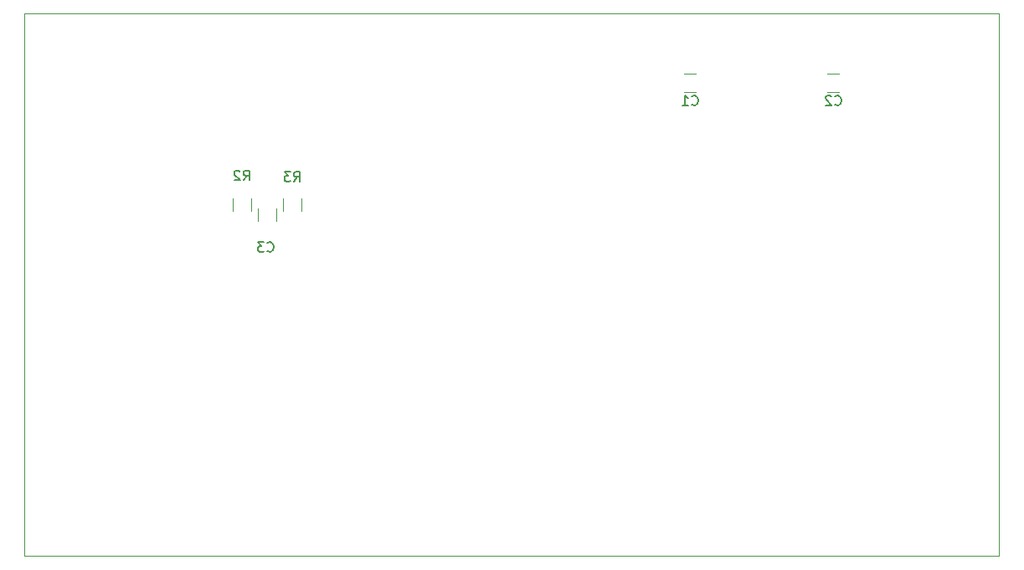
<source format=gbr>
G04 #@! TF.GenerationSoftware,KiCad,Pcbnew,5.1.5+dfsg1-2build2*
G04 #@! TF.CreationDate,2021-07-19T22:25:01+01:00*
G04 #@! TF.ProjectId,TestSRAM,54657374-5352-4414-9d2e-6b696361645f,rev?*
G04 #@! TF.SameCoordinates,Original*
G04 #@! TF.FileFunction,Legend,Bot*
G04 #@! TF.FilePolarity,Positive*
%FSLAX46Y46*%
G04 Gerber Fmt 4.6, Leading zero omitted, Abs format (unit mm)*
G04 Created by KiCad (PCBNEW 5.1.5+dfsg1-2build2) date 2021-07-19 22:25:01*
%MOMM*%
%LPD*%
G04 APERTURE LIST*
%ADD10C,0.050000*%
%ADD11C,0.120000*%
%ADD12C,0.150000*%
G04 APERTURE END LIST*
D10*
X178181000Y-100965000D02*
X178181000Y-155829000D01*
X79629000Y-100965000D02*
X178181000Y-100965000D01*
X79629000Y-155829000D02*
X79629000Y-100965000D01*
X178181000Y-155829000D02*
X79629000Y-155829000D01*
D11*
X102510000Y-119669936D02*
X102510000Y-120874064D01*
X100690000Y-119669936D02*
X100690000Y-120874064D01*
X107590000Y-119669936D02*
X107590000Y-120874064D01*
X105770000Y-119669936D02*
X105770000Y-120874064D01*
X105050000Y-120682936D02*
X105050000Y-121887064D01*
X103230000Y-120682936D02*
X103230000Y-121887064D01*
X160811936Y-107040000D02*
X162016064Y-107040000D01*
X160811936Y-108860000D02*
X162016064Y-108860000D01*
X146333936Y-107040000D02*
X147538064Y-107040000D01*
X146333936Y-108860000D02*
X147538064Y-108860000D01*
D12*
X101766666Y-117800380D02*
X102100000Y-117324190D01*
X102338095Y-117800380D02*
X102338095Y-116800380D01*
X101957142Y-116800380D01*
X101861904Y-116848000D01*
X101814285Y-116895619D01*
X101766666Y-116990857D01*
X101766666Y-117133714D01*
X101814285Y-117228952D01*
X101861904Y-117276571D01*
X101957142Y-117324190D01*
X102338095Y-117324190D01*
X101385714Y-116895619D02*
X101338095Y-116848000D01*
X101242857Y-116800380D01*
X101004761Y-116800380D01*
X100909523Y-116848000D01*
X100861904Y-116895619D01*
X100814285Y-116990857D01*
X100814285Y-117086095D01*
X100861904Y-117228952D01*
X101433333Y-117800380D01*
X100814285Y-117800380D01*
X106846666Y-117927380D02*
X107180000Y-117451190D01*
X107418095Y-117927380D02*
X107418095Y-116927380D01*
X107037142Y-116927380D01*
X106941904Y-116975000D01*
X106894285Y-117022619D01*
X106846666Y-117117857D01*
X106846666Y-117260714D01*
X106894285Y-117355952D01*
X106941904Y-117403571D01*
X107037142Y-117451190D01*
X107418095Y-117451190D01*
X106513333Y-116927380D02*
X105894285Y-116927380D01*
X106227619Y-117308333D01*
X106084761Y-117308333D01*
X105989523Y-117355952D01*
X105941904Y-117403571D01*
X105894285Y-117498809D01*
X105894285Y-117736904D01*
X105941904Y-117832142D01*
X105989523Y-117879761D01*
X106084761Y-117927380D01*
X106370476Y-117927380D01*
X106465714Y-117879761D01*
X106513333Y-117832142D01*
X104179666Y-124944142D02*
X104227285Y-124991761D01*
X104370142Y-125039380D01*
X104465380Y-125039380D01*
X104608238Y-124991761D01*
X104703476Y-124896523D01*
X104751095Y-124801285D01*
X104798714Y-124610809D01*
X104798714Y-124467952D01*
X104751095Y-124277476D01*
X104703476Y-124182238D01*
X104608238Y-124087000D01*
X104465380Y-124039380D01*
X104370142Y-124039380D01*
X104227285Y-124087000D01*
X104179666Y-124134619D01*
X103846333Y-124039380D02*
X103227285Y-124039380D01*
X103560619Y-124420333D01*
X103417761Y-124420333D01*
X103322523Y-124467952D01*
X103274904Y-124515571D01*
X103227285Y-124610809D01*
X103227285Y-124848904D01*
X103274904Y-124944142D01*
X103322523Y-124991761D01*
X103417761Y-125039380D01*
X103703476Y-125039380D01*
X103798714Y-124991761D01*
X103846333Y-124944142D01*
X161580666Y-110127142D02*
X161628285Y-110174761D01*
X161771142Y-110222380D01*
X161866380Y-110222380D01*
X162009238Y-110174761D01*
X162104476Y-110079523D01*
X162152095Y-109984285D01*
X162199714Y-109793809D01*
X162199714Y-109650952D01*
X162152095Y-109460476D01*
X162104476Y-109365238D01*
X162009238Y-109270000D01*
X161866380Y-109222380D01*
X161771142Y-109222380D01*
X161628285Y-109270000D01*
X161580666Y-109317619D01*
X161199714Y-109317619D02*
X161152095Y-109270000D01*
X161056857Y-109222380D01*
X160818761Y-109222380D01*
X160723523Y-109270000D01*
X160675904Y-109317619D01*
X160628285Y-109412857D01*
X160628285Y-109508095D01*
X160675904Y-109650952D01*
X161247333Y-110222380D01*
X160628285Y-110222380D01*
X147102666Y-110127142D02*
X147150285Y-110174761D01*
X147293142Y-110222380D01*
X147388380Y-110222380D01*
X147531238Y-110174761D01*
X147626476Y-110079523D01*
X147674095Y-109984285D01*
X147721714Y-109793809D01*
X147721714Y-109650952D01*
X147674095Y-109460476D01*
X147626476Y-109365238D01*
X147531238Y-109270000D01*
X147388380Y-109222380D01*
X147293142Y-109222380D01*
X147150285Y-109270000D01*
X147102666Y-109317619D01*
X146150285Y-110222380D02*
X146721714Y-110222380D01*
X146436000Y-110222380D02*
X146436000Y-109222380D01*
X146531238Y-109365238D01*
X146626476Y-109460476D01*
X146721714Y-109508095D01*
M02*

</source>
